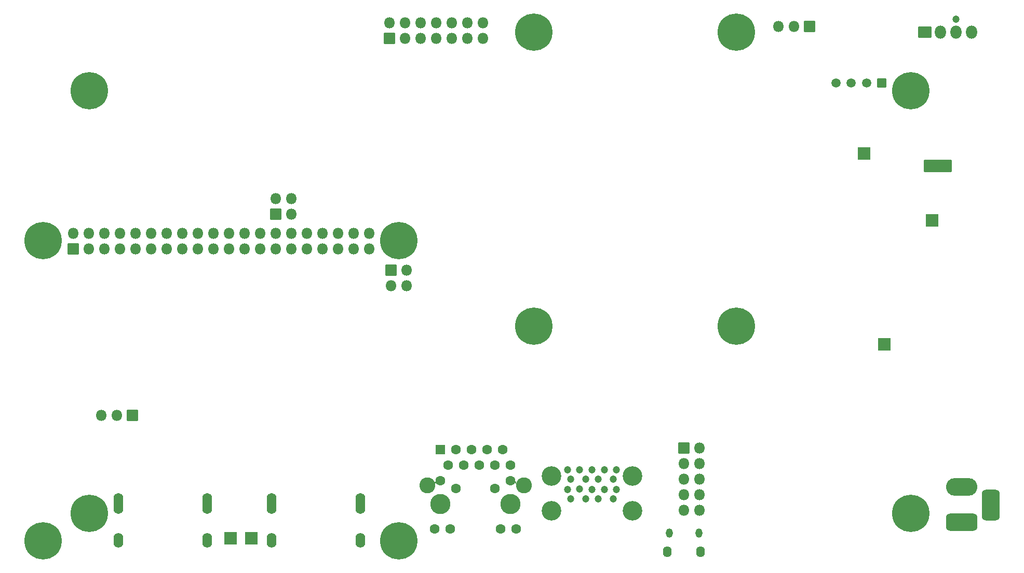
<source format=gbr>
G04 #@! TF.GenerationSoftware,KiCad,Pcbnew,(5.99.0-6751-g76ac8b5acf)*
G04 #@! TF.CreationDate,2021-06-14T13:23:57+01:00*
G04 #@! TF.ProjectId,CM4IOUSB3,434d3449-4f55-4534-9233-2e6b69636164,rev?*
G04 #@! TF.SameCoordinates,Original*
G04 #@! TF.FileFunction,Soldermask,Bot*
G04 #@! TF.FilePolarity,Negative*
%FSLAX46Y46*%
G04 Gerber Fmt 4.6, Leading zero omitted, Abs format (unit mm)*
G04 Created by KiCad (PCBNEW (5.99.0-6751-g76ac8b5acf)) date 2021-06-14 13:23:57*
%MOMM*%
%LPD*%
G01*
G04 APERTURE LIST*
G04 Aperture macros list*
%AMRoundRect*
0 Rectangle with rounded corners*
0 $1 Rounding radius*
0 $2 $3 $4 $5 $6 $7 $8 $9 X,Y pos of 4 corners*
0 Add a 4 corners polygon primitive as box body*
4,1,4,$2,$3,$4,$5,$6,$7,$8,$9,$2,$3,0*
0 Add four circle primitives for the rounded corners*
1,1,$1+$1,$2,$3,0*
1,1,$1+$1,$4,$5,0*
1,1,$1+$1,$6,$7,0*
1,1,$1+$1,$8,$9,0*
0 Add four rect primitives between the rounded corners*
20,1,$1+$1,$2,$3,$4,$5,0*
20,1,$1+$1,$4,$5,$6,$7,0*
20,1,$1+$1,$6,$7,$8,$9,0*
20,1,$1+$1,$8,$9,$2,$3,0*%
G04 Aperture macros list end*
%ADD10C,6.100000*%
%ADD11RoundRect,0.051000X-0.850000X0.850000X-0.850000X-0.850000X0.850000X-0.850000X0.850000X0.850000X0*%
%ADD12O,1.802000X1.802000*%
%ADD13RoundRect,0.051000X0.850000X-0.850000X0.850000X0.850000X-0.850000X0.850000X-0.850000X-0.850000X0*%
%ADD14RoundRect,0.051000X-0.850000X-0.850000X0.850000X-0.850000X0.850000X0.850000X-0.850000X0.850000X0*%
%ADD15O,1.402000X1.802000*%
%ADD16O,1.102000X1.502000*%
%ADD17O,5.102000X2.902000*%
%ADD18RoundRect,0.725500X1.825500X-0.725500X1.825500X0.725500X-1.825500X0.725500X-1.825500X-0.725500X0*%
%ADD19RoundRect,0.725500X0.725500X-1.825500X0.725500X1.825500X-0.725500X1.825500X-0.725500X-1.825500X0*%
%ADD20C,3.302000*%
%ADD21RoundRect,0.267534X-0.533466X-0.533466X0.533466X-0.533466X0.533466X0.533466X-0.533466X0.533466X0*%
%ADD22C,1.602000*%
%ADD23C,2.602000*%
%ADD24O,1.602000X3.402000*%
%ADD25O,1.602000X2.402000*%
%ADD26C,1.202000*%
%ADD27RoundRect,0.051000X-1.015000X-0.865000X1.015000X-0.865000X1.015000X0.865000X-1.015000X0.865000X0*%
%ADD28O,1.832000X2.132000*%
%ADD29RoundRect,0.100000X2.200000X-0.900000X2.200000X0.900000X-2.200000X0.900000X-2.200000X-0.900000X0*%
%ADD30RoundRect,0.051000X0.704000X0.704000X-0.704000X0.704000X-0.704000X-0.704000X0.704000X-0.704000X0*%
%ADD31C,1.510000*%
%ADD32C,3.202000*%
%ADD33RoundRect,0.051000X-1.000000X-1.000000X1.000000X-1.000000X1.000000X1.000000X-1.000000X1.000000X0*%
G04 APERTURE END LIST*
D10*
X162500000Y-121500000D03*
X195500000Y-121500000D03*
X162500000Y-73500000D03*
X195500000Y-73500000D03*
D11*
X97040000Y-136000000D03*
D12*
X94500000Y-136000000D03*
X91960000Y-136000000D03*
D13*
X87370000Y-108820000D03*
D12*
X87370000Y-106280000D03*
X89910000Y-108820000D03*
X89910000Y-106280000D03*
X92450000Y-108820000D03*
X92450000Y-106280000D03*
X94990000Y-108820000D03*
X94990000Y-106280000D03*
X97530000Y-108820000D03*
X97530000Y-106280000D03*
X100070000Y-108820000D03*
X100070000Y-106280000D03*
X102610000Y-108820000D03*
X102610000Y-106280000D03*
X105150000Y-108820000D03*
X105150000Y-106280000D03*
X107690000Y-108820000D03*
X107690000Y-106280000D03*
X110230000Y-108820000D03*
X110230000Y-106280000D03*
X112770000Y-108820000D03*
X112770000Y-106280000D03*
X115310000Y-108820000D03*
X115310000Y-106280000D03*
X117850000Y-108820000D03*
X117850000Y-106280000D03*
X120390000Y-108820000D03*
X120390000Y-106280000D03*
X122930000Y-108820000D03*
X122930000Y-106280000D03*
X125470000Y-108820000D03*
X125470000Y-106280000D03*
X128010000Y-108820000D03*
X128010000Y-106280000D03*
X130550000Y-108820000D03*
X130550000Y-106280000D03*
X133090000Y-108820000D03*
X133090000Y-106280000D03*
X135630000Y-108820000D03*
X135630000Y-106280000D03*
D14*
X139230000Y-112370000D03*
D12*
X141770000Y-112370000D03*
X139230000Y-114910000D03*
X141770000Y-114910000D03*
D15*
X189725000Y-158300000D03*
D16*
X184575000Y-155270000D03*
D15*
X184275000Y-158300000D03*
D16*
X189425000Y-155270000D03*
D17*
X232250000Y-147700000D03*
D18*
X232250000Y-153500000D03*
D19*
X237050000Y-150700000D03*
D20*
X147285000Y-150500000D03*
X158715000Y-150500000D03*
D21*
X147285000Y-141610000D03*
D22*
X148555000Y-144150000D03*
X149825000Y-141610000D03*
X151095000Y-144150000D03*
X152365000Y-141610000D03*
X153635000Y-144150000D03*
X154905000Y-141610000D03*
X156175000Y-144150000D03*
X157445000Y-141610000D03*
X158715000Y-144150000D03*
X147285000Y-146670000D03*
X149825000Y-147940000D03*
X156175000Y-147940000D03*
X158715000Y-146670000D03*
X146370000Y-154560000D03*
X148910000Y-154560000D03*
X157090000Y-154560000D03*
X159630000Y-154560000D03*
D23*
X145125000Y-147450000D03*
X160875000Y-147450000D03*
D24*
X134250000Y-150450000D03*
X119750000Y-150450000D03*
D25*
X119750000Y-156410000D03*
X134250000Y-156410000D03*
D24*
X109250000Y-150450000D03*
X94750000Y-150450000D03*
D25*
X94750000Y-156410000D03*
X109250000Y-156410000D03*
D26*
X231380000Y-71340000D03*
D27*
X226300000Y-73500000D03*
D28*
X228840000Y-73500000D03*
X231380000Y-73500000D03*
X233920000Y-73500000D03*
D10*
X90000000Y-152000000D03*
X82500000Y-156500000D03*
X82500000Y-107500000D03*
X140500000Y-156500000D03*
X140500000Y-107500000D03*
X224000000Y-83000000D03*
X90000000Y-83000000D03*
X224000000Y-152000000D03*
D29*
X228400000Y-95350000D03*
D30*
X219250000Y-81750000D03*
D31*
X216750000Y-81750000D03*
X214250000Y-81750000D03*
X211750000Y-81750000D03*
D13*
X120400000Y-103200000D03*
D12*
X120400000Y-100660000D03*
X122940000Y-103200000D03*
X122940000Y-100660000D03*
D13*
X139000000Y-74500000D03*
D12*
X139000000Y-71960000D03*
X141540000Y-74500000D03*
X141540000Y-71960000D03*
X144080000Y-74500000D03*
X144080000Y-71960000D03*
X146620000Y-74500000D03*
X146620000Y-71960000D03*
X149160000Y-74500000D03*
X149160000Y-71960000D03*
X151700000Y-74500000D03*
X151700000Y-71960000D03*
X154240000Y-74500000D03*
X154240000Y-71960000D03*
D11*
X207500000Y-72500000D03*
D12*
X204960000Y-72500000D03*
X202420000Y-72500000D03*
D32*
X165430000Y-151650000D03*
X178570000Y-151650000D03*
X178570000Y-145970000D03*
X165430000Y-145970000D03*
D26*
X168500000Y-149650000D03*
X171000000Y-149650000D03*
X173000000Y-149650000D03*
X175500000Y-149650000D03*
X176000000Y-148150000D03*
X174000000Y-148150000D03*
X172000000Y-148150000D03*
X170000000Y-148100000D03*
X168000000Y-148150000D03*
X168500000Y-146450000D03*
X171000000Y-146450000D03*
X173000000Y-146450000D03*
X175500000Y-146450000D03*
X176000000Y-144950000D03*
X174000000Y-144950000D03*
X172000000Y-144950000D03*
X170000000Y-144900000D03*
X168000000Y-144950000D03*
D14*
X187000000Y-141400000D03*
D12*
X189540000Y-141400000D03*
X187000000Y-143940000D03*
X189540000Y-143940000D03*
X187000000Y-146480000D03*
X189540000Y-146480000D03*
X187000000Y-149020000D03*
X189540000Y-149020000D03*
X187000000Y-151560000D03*
X189540000Y-151560000D03*
D33*
X227450000Y-104200000D03*
X216400000Y-93300000D03*
X219695000Y-124450000D03*
X116411606Y-156100000D03*
X113100000Y-156100000D03*
G36*
X146486116Y-146665987D02*
G01*
X146486930Y-146667410D01*
X146493936Y-146738867D01*
X146493347Y-146740165D01*
X146493365Y-146740167D01*
X146494205Y-146741608D01*
X146503472Y-146836116D01*
X146559697Y-147005137D01*
X146644590Y-147145312D01*
X146644632Y-147147312D01*
X146642921Y-147148348D01*
X146641393Y-147147686D01*
X146636048Y-147141749D01*
X146635802Y-147141411D01*
X146634185Y-147138611D01*
X146627433Y-147132173D01*
X146627362Y-147132100D01*
X146627357Y-147132100D01*
X146583845Y-147090612D01*
X146515837Y-147077505D01*
X146451540Y-147103247D01*
X146411370Y-147159659D01*
X146408450Y-147226655D01*
X146407376Y-147228342D01*
X146405378Y-147228255D01*
X146404460Y-147226742D01*
X146404259Y-147224436D01*
X146345653Y-147005719D01*
X146259508Y-146820980D01*
X146259683Y-146818988D01*
X146261495Y-146818143D01*
X146263000Y-146819049D01*
X146264481Y-146821338D01*
X146317187Y-146866730D01*
X146385768Y-146876379D01*
X146448681Y-146847419D01*
X146486002Y-146788958D01*
X146490223Y-146741625D01*
X146490930Y-146740619D01*
X146489957Y-146739271D01*
X146482699Y-146670209D01*
X146482699Y-146669791D01*
X146482951Y-146667396D01*
X146484127Y-146665778D01*
X146486116Y-146665987D01*
G37*
G36*
X159509987Y-146740110D02*
G01*
X159510723Y-146741326D01*
X159522667Y-146806633D01*
X159569983Y-146857211D01*
X159637130Y-146874178D01*
X159702814Y-146852142D01*
X159735122Y-146813630D01*
X159737781Y-146813263D01*
X159737837Y-146813301D01*
X159743687Y-146804725D01*
X159745489Y-146803858D01*
X159747141Y-146804985D01*
X159747152Y-146806697D01*
X159654347Y-147005719D01*
X159598630Y-147213655D01*
X159597216Y-147215069D01*
X159595284Y-147214551D01*
X159594730Y-147213493D01*
X159582304Y-147144866D01*
X159535077Y-147094205D01*
X159467960Y-147077121D01*
X159402193Y-147099057D01*
X159365793Y-147138647D01*
X159364197Y-147141412D01*
X159363951Y-147141750D01*
X159347457Y-147160068D01*
X159345555Y-147160686D01*
X159344069Y-147159348D01*
X159344305Y-147157623D01*
X159425633Y-147035215D01*
X159488885Y-146868701D01*
X159506775Y-146741408D01*
X159508007Y-146739832D01*
X159509987Y-146740110D01*
G37*
M02*

</source>
